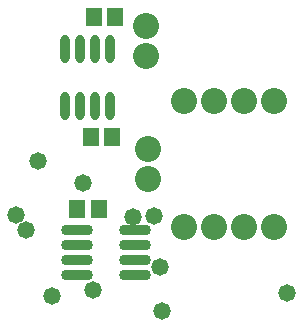
<source format=gbr>
G04 Layer_Color=16711935*
%FSLAX45Y45*%
%MOMM*%
%TF.FileFunction,Soldermask,Bot*%
%TF.Part,Single*%
G01*
G75*
%TA.AperFunction,SMDPad,CuDef*%
%ADD37R,1.40320X1.60320*%
%TA.AperFunction,ComponentPad*%
%ADD38C,2.20320*%
%TA.AperFunction,ViaPad*%
%ADD39C,1.47320*%
%TA.AperFunction,SMDPad,CuDef*%
%ADD40O,0.80320X2.40320*%
%ADD41O,2.70320X0.90320*%
D37*
X-953597Y457200D02*
D03*
X-773598D02*
D03*
X-660400Y1066800D02*
D03*
X-840400D02*
D03*
X-632800Y2082800D02*
D03*
X-812800D02*
D03*
D38*
X711200Y1371600D02*
D03*
X457200D02*
D03*
X203200D02*
D03*
X-50800D02*
D03*
X711200Y304800D02*
D03*
X457200D02*
D03*
X203200D02*
D03*
X-50800D02*
D03*
X-355600Y965200D02*
D03*
Y711200D02*
D03*
X-368300Y2006595D02*
D03*
Y1752595D02*
D03*
D39*
X-1290320Y871220D02*
D03*
X-307340Y403860D02*
D03*
X-485140Y391160D02*
D03*
X-901700Y683260D02*
D03*
X-1391920Y279400D02*
D03*
X-820420Y-223520D02*
D03*
X817880Y-254000D02*
D03*
X-1170940Y-274320D02*
D03*
X-256540Y-33020D02*
D03*
X-236220Y-398780D02*
D03*
X-1473200Y408940D02*
D03*
D40*
X-673100Y1334800D02*
D03*
X-800100D02*
D03*
X-927100D02*
D03*
X-1054100D02*
D03*
X-673100Y1814800D02*
D03*
X-800100D02*
D03*
X-927100D02*
D03*
X-1054100D02*
D03*
D41*
X-958799Y-101600D02*
D03*
Y25400D02*
D03*
Y152400D02*
D03*
Y279400D02*
D03*
X-468798Y-101600D02*
D03*
Y25400D02*
D03*
Y152400D02*
D03*
Y279400D02*
D03*
%TF.MD5,84b519ecf73e3e3f3f35ab9a37a4a540*%
M02*

</source>
